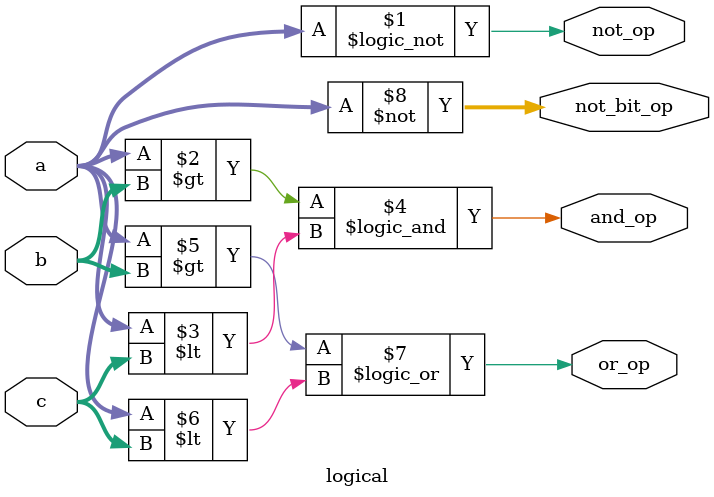
<source format=v>
module logical(a, b, c, not_op, and_op, or_op, not_bit_op);
	input	[3:0]a, b, c;
	output	not_op, and_op, or_op;
	output	[3:0]not_bit_op;
	assign not_op = !a; 
	assign and_op = (a > b) && (a < c);
	assign or_op = (a > b) || (a < c);
	assign not_bit_op = ~a;
endmodule
</source>
